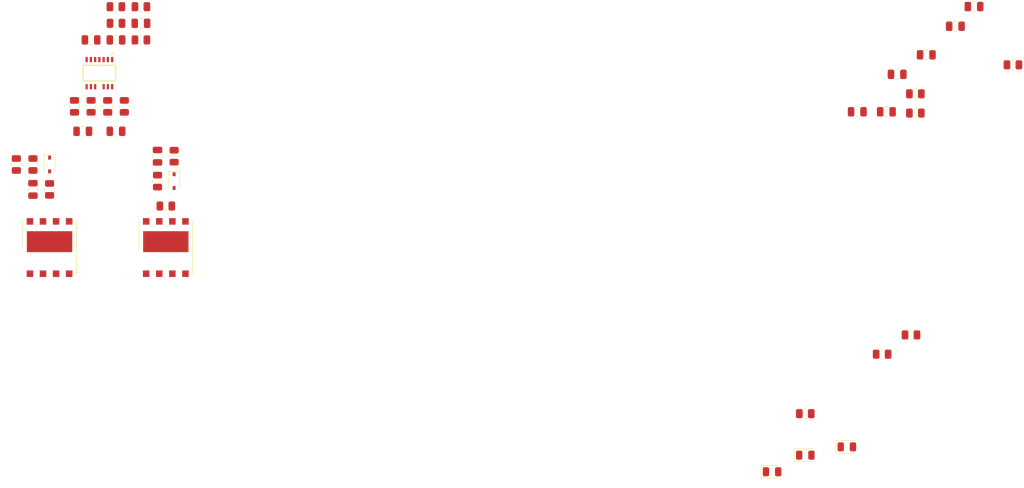
<source format=kicad_pcb>
(kicad_pcb (version 20211014) (generator pcbnew)
  (layers (0 "F.Cu" signal) (31 "B.Cu" signal) (34 "B.Paste" user) (35 "F.Paste" user) (36 "B.SilkS" user "B.Silkscreen") (37 "F.SilkS" user "F.Silkscreen") (38 "B.Mask" user) (39 "F.Mask" user) (44 "Edge.Cuts" user))
  (net 0 "")
  (net 1 "GND")
  (net 2 "+3.3V")
  (net 3 "GNDA")
  (net 4 "VCCA")
  (net 5 "GNDB")
  (net 6 "VCCB")
  (net 7 "Net-(C4-Pad1)")
  (net 8 "Net-(C4-Pad2)")
  (net 9 "Net-(C5-Pad1)")
  (net 10 "Net-(C5-Pad2)")
  (net 11 "Net-(C10-Pad1)")
  (net 12 "Net-(C6-Pad2)")
  (net 13 "Net-(C7-Pad2)")
  (net 14 "Net-(C8-Pad2)")
  (net 15 "Net-(C10-Pad2)")
  (net 16 "/pwm1")
  (net 17 "/pwm2")
  (net 18 "Net-(D1-Pad1)")
  (net 19 "Net-(D1-Pad2)")
  (net 20 "Net-(D2-Pad2)")
  (net 21 "Net-(D5-Pad2)")
  (net 22 "Net-(D6-Pad2)")
  (net 23 "Net-(D7-Pad2)")
  (net 24 "Net-(FB1-Pad1)")
  (net 25 "Net-(FB2-Pad1)")
  (net 26 "Net-(FB3-Pad1)")
  (net 27 "Net-(D3-Pad2)")
  (net 28 "Net-(Q1-Pad8)")
  (net 29 "Net-(J2-Pad1)")
  (net 30 "Net-(J2-Pad3)")
  (net 32 "Net-(U1-Pad10)")
  (footprint "Diode_SMD:D_SOD-323" (layer "F.Cu") (at 95.25 44.45 -90)
    (fp_text reference "D2" hide)
    (fp_text value "BAT165")
    (fp_line (start -1.5 0.85) (end 1.05 0.85) (layer "F.SilkS") (width 0.12))
    (fp_line (start -1.5 -0.85) (end -1.5 0.85) (layer "F.SilkS") (width 0.12))
    (fp_line (start -1.5 -0.85) (end 1.05 -0.85) (layer "F.SilkS") (width 0.12))
    (pad "1" smd rect (at -1.05 0 270) (size 0.6 0.45) (layers "F.Cu" "F.Paste" "F.Mask") (net 8 "Net-(C4-Pad2)"))
    (pad "2" smd rect (at 1.05 0 270) (size 0.6 0.45) (layers "F.Cu" "F.Paste" "F.Mask") (net 20 "Net-(D2-Pad2)"))
  )
  (footprint "Resistor_SMD:R_0805_2012Metric" (layer "F.Cu") (at 82.55 33.02 -90)
    (fp_text reference "FB4" hide)
    (fp_text value "fb")
    (fp_line (start -0.227064 0.735) (end 0.227064 0.735) (layer "F.SilkS") (width 0.12))
    (fp_line (start -0.227064 -0.735) (end 0.227064 -0.735) (layer "F.SilkS") (width 0.12))
    (pad "1" smd roundrect (at -0.9125 0 270) (size 1.025 1.4) (layers "F.Cu" "F.Paste" "F.Mask") (roundrect_rratio 0.243902) (net 32 "Net-(U1-Pad10)"))
    (pad "2" smd roundrect (at 0.9125 0 270) (size 1.025 1.4) (layers "F.Cu" "F.Paste" "F.Mask") (roundrect_rratio 0.243902) (net 6 "VCCB"))
  )
  (footprint "footprint:TFLGA65P500X500X106-14_13N-V" (layer "F.Cu") (at 83.82 27.94 -90)
    (fp_text reference "U1" hide)
    (fp_text value "2EDF7275K")
    (fp_line (start -1.2 2.5) (end 1.2 2.5) (layer "F.SilkS") (width 0.2))
    (fp_line (start -1.2 -2.5) (end 1.2 -2.5) (layer "F.SilkS") (width 0.2))
    (fp_line (start -1.2 2.5) (end -1.2 -2.5) (layer "F.SilkS") (width 0.2))
    (fp_line (start 1.2 2.5) (end 1.2 -2.5) (layer "F.SilkS") (width 0.2))
    (fp_circle (center -3 -1.95) (end -2.875 -1.95) (layer "F.SilkS") (width 0.25) (fill none))
    (pad "1" smd rect locked (at -2.075 -1.95 270) (size 0.8 0.35) (layers "F.Cu" "F.Mask") (net 1 "GND"))
    (pad "2" smd rect locked (at -2.075 -1.3 270) (size 0.8 0.35) (layers "F.Cu" "F.Mask") (net 16 "/pwm1"))
    (pad "3" smd rect locked (at -2.075 -0.65 270) (size 0.8 0.35) (layers "F.Cu" "F.Mask") (net 17 "/pwm2"))
    (pad "4" smd rect locked (at -2.075 0 270) (size 0.8 0.35) (layers "F.Cu" "F.Mask") (net 1 "GND"))
    (pad "5" smd rect locked (at -2.075 0.65 270) (size 0.8 0.35) (layers "F.Cu" "F.Mask") (net 1 "GND"))
    (pad "6" smd rect locked (at -2.075 1.3 270) (size 0.8 0.35) (layers "F.Cu" "F.Mask"))
    (pad "7" smd rect locked (at -2.075 1.95 270) (size 0.8 0.35) (layers "F.Cu" "F.Mask") (net 2 "+3.3V"))
    (pad "8" smd rect locked (at 2.075 1.95 270) (size 0.8 0.35) (layers "F.Cu" "F.Mask") (net 24 "Net-(FB1-Pad1)"))
    (pad "9" smd rect locked (at 2.075 1.3 270) (size 0.8 0.35) (layers "F.Cu" "F.Mask") (net 18 "Net-(D1-Pad1)"))
    (pad "10" smd rect locked (at 2.075 0.65 270) (size 0.8 0.35) (layers "F.Cu" "F.Mask") (net 32 "Net-(U1-Pad10)"))
    (pad "11" smd rect locked (at 2.075 -0.65 270) (size 0.8 0.35) (layers "F.Cu" "F.Mask") (net 25 "Net-(FB2-Pad1)"))
    (pad "12" smd rect locked (at 2.075 -1.3 270) (size 0.8 0.35) (layers "F.Cu" "F.Mask") (net 7 "Net-(C4-Pad1)"))
    (pad "13" smd rect locked (at 2.075 -1.95 270) (size 0.8 0.35) (layers "F.Cu" "F.Mask") (net 26 "Net-(FB3-Pad1)"))
  )
  (footprint "Resistor_SMD:R_0805_2012Metric" (layer "F.Cu") (at 92.71 44.45 -90)
    (fp_text reference "R4" hide)
    (fp_text value "10")
    (fp_line (start -0.227064 0.735) (end 0.227064 0.735) (layer "F.SilkS") (width 0.12))
    (fp_line (start -0.227064 -0.735) (end 0.227064 -0.735) (layer "F.SilkS") (width 0.12))
    (pad "1" smd roundrect (at -0.9125 0 270) (size 1.025 1.4) (layers "F.Cu" "F.Paste" "F.Mask") (roundrect_rratio 0.243902) (net 8 "Net-(C4-Pad2)"))
    (pad "2" smd roundrect (at 0.9125 0 270) (size 1.025 1.4) (layers "F.Cu" "F.Paste" "F.Mask") (roundrect_rratio 0.243902) (net 28 "Net-(Q1-Pad8)"))
  )
  (footprint "Capacitor_SMD:C_0805_2012Metric" (layer "F.Cu") (at 82.55 22.86 180)
    (fp_text reference "C1" hide)
    (fp_text value "100nF")
    (fp_line (start -0.261252 -0.735) (end 0.261252 -0.735) (layer "F.SilkS") (width 0.12))
    (fp_line (start -0.261252 0.735) (end 0.261252 0.735) (layer "F.SilkS") (width 0.12))
    (pad "1" smd roundrect (at -0.95 0 180) (size 1 1.45) (layers "F.Cu" "F.Paste" "F.Mask") (net 1 "GND"))
    (pad "2" smd roundrect (at 0.95 0 180) (size 1 1.45) (layers "F.Cu" "F.Paste" "F.Mask") (net 2 "+3.3V"))
  )
  (footprint "Capacitor_SMD:C_0805_2012Metric" (layer "F.Cu") (at 210.27 25.14)
    (fp_text reference "C6" hide)
    (fp_text value "10nF")
    (fp_line (start -0.261252 0.735) (end 0.261252 0.735) (layer "F.SilkS") (width 0.12))
    (fp_line (start -0.261252 -0.735) (end 0.261252 -0.735) (layer "F.SilkS") (width 0.12))
    (pad "1" smd roundrect (at -0.95 0) (size 1 1.45) (layers "F.Cu" "F.Paste" "F.Mask") (net 11 "Net-(C10-Pad1)"))
    (pad "2" smd roundrect (at 0.95 0) (size 1 1.45) (layers "F.Cu" "F.Paste" "F.Mask") (net 12 "Net-(C6-Pad2)"))
  )
  (footprint "Capacitor_SMD:C_0805_2012Metric" (layer "F.Cu") (at 86.36 36.83)
    (fp_text reference "C2" hide)
    (fp_text value "1uF")
    (fp_line (start -0.261252 0.735) (end 0.261252 0.735) (layer "F.SilkS") (width 0.12))
    (fp_line (start -0.261252 -0.735) (end 0.261252 -0.735) (layer "F.SilkS") (width 0.12))
    (pad "1" smd roundrect (at -0.95 0) (size 1 1.45) (layers "F.Cu" "F.Paste" "F.Mask") (net 3 "GNDA"))
    (pad "2" smd roundrect (at 0.95 0) (size 1 1.45) (layers "F.Cu" "F.Paste" "F.Mask") (net 4 "VCCA"))
  )
  (footprint "Capacitor_SMD:C_0805_2012Metric" (layer "F.Cu") (at 205.82 28.12)
    (fp_text reference "C7" hide)
    (fp_text value "10nF")
    (fp_line (start -0.261252 -0.735) (end 0.261252 -0.735) (layer "F.SilkS") (width 0.12))
    (fp_line (start -0.261252 0.735) (end 0.261252 0.735) (layer "F.SilkS") (width 0.12))
    (pad "1" smd roundrect (at -0.95 0) (size 1 1.45) (layers "F.Cu" "F.Paste" "F.Mask") (net 11 "Net-(C10-Pad1)"))
    (pad "2" smd roundrect (at 0.95 0) (size 1 1.45) (layers "F.Cu" "F.Paste" "F.Mask") (net 13 "Net-(C7-Pad2)"))
  )
  (footprint "Resistor_SMD:R_0805_2012Metric" (layer "F.Cu") (at 80.01 33.02 -90)
    (fp_text reference "FB1" hide)
    (fp_text value "fb")
    (fp_line (start -0.227064 -0.735) (end 0.227064 -0.735) (layer "F.SilkS") (width 0.12))
    (fp_line (start -0.227064 0.735) (end 0.227064 0.735) (layer "F.SilkS") (width 0.12))
    (pad "1" smd roundrect (at -0.9125 0 270) (size 1.025 1.4) (layers "F.Cu" "F.Paste" "F.Mask") (roundrect_rratio 0.243902) (net 24 "Net-(FB1-Pad1)"))
    (pad "2" smd roundrect (at 0.9125 0 270) (size 1.025 1.4) (layers "F.Cu" "F.Paste" "F.Mask") (roundrect_rratio 0.243902) (net 5 "GNDB"))
  )
  (footprint "Resistor_SMD:R_0805_2012Metric" (layer "F.Cu") (at 191.77 80.01)
    (fp_text reference "R10" hide)
    (fp_text value "4.7k")
    (fp_line (start -0.227064 -0.735) (end 0.227064 -0.735) (layer "F.SilkS") (width 0.12))
    (fp_line (start -0.227064 0.735) (end 0.227064 0.735) (layer "F.SilkS") (width 0.12))
    (pad "1" smd roundrect (at -0.9125 0) (size 1.025 1.4) (layers "F.Cu" "F.Paste" "F.Mask") (roundrect_rratio 0.243902) (net 21 "Net-(D5-Pad2)"))
    (pad "2" smd roundrect (at 0.9125 0) (size 1.025 1.4) (layers "F.Cu" "F.Paste" "F.Mask") (roundrect_rratio 0.243902) (net 2 "+3.3V"))
  )
  (footprint "LED_SMD:LED_0805_2012Metric" (layer "F.Cu") (at 191.77 86.36)
    (fp_text reference "D6" hide)
    (fp_text value "LED")
    (fp_line (start -1.685 -0.96) (end -1.685 0.96) (layer "F.SilkS") (width 0.12))
    (fp_line (start 1 -0.96) (end -1.685 -0.96) (layer "F.SilkS") (width 0.12))
    (fp_line (start -1.685 0.96) (end 1 0.96) (layer "F.SilkS") (width 0.12))
    (pad "1" smd roundrect (at -0.9375 0) (size 0.975 1.4) (layers "F.Cu" "F.Paste" "F.Mask") (net 5 "GNDB"))
    (pad "2" smd roundrect (at 0.9375 0) (size 0.975 1.4) (layers "F.Cu" "F.Paste" "F.Mask") (net 22 "Net-(D6-Pad2)"))
  )
  (footprint "Resistor_SMD:R_0805_2012Metric" (layer "F.Cu") (at 208.6 34.05)
    (fp_text reference "R7" hide)
    (fp_text value "10")
    (fp_line (start -0.227064 -0.735) (end 0.227064 -0.735) (layer "F.SilkS") (width 0.12))
    (fp_line (start -0.227064 0.735) (end 0.227064 0.735) (layer "F.SilkS") (width 0.12))
    (pad "1" smd roundrect (at -0.9125 0) (size 1.025 1.4) (layers "F.Cu" "F.Paste" "F.Mask") (roundrect_rratio 0.243902) (net 12 "Net-(C6-Pad2)"))
    (pad "2" smd roundrect (at 0.9125 0) (size 1.025 1.4) (layers "F.Cu" "F.Paste" "F.Mask") (roundrect_rratio 0.243902) (net 15 "Net-(C10-Pad2)"))
  )
  (footprint "Capacitor_SMD:C_0805_2012Metric" (layer "F.Cu") (at 214.72 20.77)
    (fp_text reference "C10" hide)
    (fp_text value "1uF/400-450V")
    (fp_line (start -0.261252 0.735) (end 0.261252 0.735) (layer "F.SilkS") (width 0.12))
    (fp_line (start -0.261252 -0.735) (end 0.261252 -0.735) (layer "F.SilkS") (width 0.12))
    (pad "1" smd roundrect (at -0.95 0) (size 1 1.45) (layers "F.Cu" "F.Paste" "F.Mask") (net 11 "Net-(C10-Pad1)"))
    (pad "2" smd roundrect (at 0.95 0) (size 1 1.45) (layers "F.Cu" "F.Paste" "F.Mask") (net 15 "Net-(C10-Pad2)"))
  )
  (footprint "Package_SON:Infineon_PG-LSON-8-1" (layer "F.Cu") (at 93.98 54.61 90)
    (fp_text reference "Q1" hide)
    (fp_text value "IGLD60R190D1")
    (fp_line (start -4.11 4.11) (end 4.11 4.11) (layer "F.SilkS") (width 0.12))
    (fp_line (start 0 -4.11) (end 4.1 -4.11) (layer "F.SilkS") (width 0.12))
    (pad "1" smd rect (at -4 -3 90) (size 1 1) (layers "F.Cu" "F.Paste" "F.Mask") (net 15 "Net-(C10-Pad2)"))
    (pad "2" smd rect (at -4 -1 90) (size 1 1) (layers "F.Cu" "F.Paste" "F.Mask") (net 15 "Net-(C10-Pad2)"))
    (pad "3" smd rect (at -4 1 90) (size 1 1) (layers "F.Cu" "F.Paste" "F.Mask") (net 15 "Net-(C10-Pad2)"))
    (pad "4" smd rect (at -4 3 90) (size 1 1) (layers "F.Cu" "F.Paste" "F.Mask") (net 15 "Net-(C10-Pad2)"))
    (pad "5" smd rect (at 4 3 90) (size 1 1) (layers "F.Cu" "F.Paste" "F.Mask") (net 27 "Net-(D3-Pad2)"))
    (pad "6" smd rect (at 4 1 90) (size 1 1) (layers "F.Cu" "F.Paste" "F.Mask") (net 27 "Net-(D3-Pad2)"))
    (pad "7" smd rect (at 4 -1 90) (size 1 1) (layers "F.Cu" "F.Paste" "F.Mask") (net 3 "GNDA"))
    (pad "8" smd rect (at 4 -3 90) (size 1 1) (layers "F.Cu" "F.Paste" "F.Mask") (net 28 "Net-(Q1-Pad8)"))
    (pad "9" smd rect (at 0.9 0 90) (size 3.2 6.94) (layers "F.Cu" "F.Mask") (net 27 "Net-(D3-Pad2)"))
  )
  (footprint "Capacitor_SMD:C_0805_2012Metric" (layer "F.Cu") (at 90.17 20.32 180)
    (fp_text reference "C13" hide)
    (fp_text value "100nF")
    (fp_line (start -0.261252 0.735) (end 0.261252 0.735) (layer "F.SilkS") (width 0.12))
    (fp_line (start -0.261252 -0.735) (end 0.261252 -0.735) (layer "F.SilkS") (width 0.12))
    (pad "1" smd roundrect (at -0.95 0 180) (size 1 1.45) (layers "F.Cu" "F.Paste" "F.Mask") (net 1 "GND"))
    (pad "2" smd roundrect (at 0.95 0 180) (size 1 1.45) (layers "F.Cu" "F.Paste" "F.Mask") (net 16 "/pwm1"))
  )
  (footprint "Resistor_SMD:R_0805_2012Metric" (layer "F.Cu") (at 208.6 31.1)
    (fp_text reference "R8" hide)
    (fp_text value "10")
    (fp_line (start -0.227064 0.735) (end 0.227064 0.735) (layer "F.SilkS") (width 0.12))
    (fp_line (start -0.227064 -0.735) (end 0.227064 -0.735) (layer "F.SilkS") (width 0.12))
    (pad "1" smd roundrect (at -0.9125 0) (size 1.025 1.4) (layers "F.Cu" "F.Paste" "F.Mask") (roundrect_rratio 0.243902) (net 13 "Net-(C7-Pad2)"))
    (pad "2" smd roundrect (at 0.9125 0) (size 1.025 1.4) (layers "F.Cu" "F.Paste" "F.Mask") (roundrect_rratio 0.243902) (net 15 "Net-(C10-Pad2)"))
  )
  (footprint "Resistor_SMD:R_0805_2012Metric" (layer "F.Cu") (at 223.52 26.67)
    (fp_text reference "R9" hide)
    (fp_text value "10")
    (fp_line (start -0.227064 0.735) (end 0.227064 0.735) (layer "F.SilkS") (width 0.12))
    (fp_line (start -0.227064 -0.735) (end 0.227064 -0.735) (layer "F.SilkS") (width 0.12))
    (pad "1" smd roundrect (at -0.9125 0) (size 1.025 1.4) (layers "F.Cu" "F.Paste" "F.Mask") (roundrect_rratio 0.243902) (net 14 "Net-(C8-Pad2)"))
    (pad "2" smd roundrect (at 0.9125 0) (size 1.025 1.4) (layers "F.Cu" "F.Paste" "F.Mask") (roundrect_rratio 0.243902) (net 15 "Net-(C10-Pad2)"))
  )
  (footprint "Resistor_SMD:R_0805_2012Metric" (layer "F.Cu") (at 86.34 17.78)
    (fp_text reference "R14" hide)
    (fp_text value "100")
    (fp_line (start -0.227064 0.735) (end 0.227064 0.735) (layer "F.SilkS") (width 0.12))
    (fp_line (start -0.227064 -0.735) (end 0.227064 -0.735) (layer "F.SilkS") (width 0.12))
    (pad "1" smd roundrect (at -0.9125 0) (size 1.025 1.4) (layers "F.Cu" "F.Paste" "F.Mask") (roundrect_rratio 0.243902) (net 30 "Net-(J2-Pad3)"))
    (pad "2" smd roundrect (at 0.9125 0) (size 1.025 1.4) (layers "F.Cu" "F.Paste" "F.Mask") (roundrect_rratio 0.243902) (net 17 "/pwm2"))
  )
  (footprint "Capacitor_SMD:C_0805_2012Metric" (layer "F.Cu") (at 217.57 17.76)
    (fp_text reference "C11" hide)
    (fp_text value "1uF/400-450V")
    (fp_line (start -0.261252 -0.735) (end 0.261252 -0.735) (layer "F.SilkS") (width 0.12))
    (fp_line (start -0.261252 0.735) (end 0.261252 0.735) (layer "F.SilkS") (width 0.12))
    (pad "1" smd roundrect (at -0.95 0) (size 1 1.45) (layers "F.Cu" "F.Paste" "F.Mask") (net 11 "Net-(C10-Pad1)"))
    (pad "2" smd roundrect (at 0.95 0) (size 1 1.45) (layers "F.Cu" "F.Paste" "F.Mask") (net 15 "Net-(C10-Pad2)"))
  )
  (footprint "Capacitor_SMD:C_0805_2012Metric" (layer "F.Cu") (at 199.72 33.85)
    (fp_text reference "C9" hide)
    (fp_text value "1uF/400-450V")
    (fp_line (start -0.261252 0.735) (end 0.261252 0.735) (layer "F.SilkS") (width 0.12))
    (fp_line (start -0.261252 -0.735) (end 0.261252 -0.735) (layer "F.SilkS") (width 0.12))
    (pad "1" smd roundrect (at -0.95 0) (size 1 1.45) (layers "F.Cu" "F.Paste" "F.Mask") (net 11 "Net-(C10-Pad1)"))
    (pad "2" smd roundrect (at 0.95 0) (size 1 1.45) (layers "F.Cu" "F.Paste" "F.Mask") (net 15 "Net-(C10-Pad2)"))
  )
  (footprint "Resistor_SMD:R_0805_2012Metric" (layer "F.Cu") (at 93.98 48.26 180)
    (fp_text reference "R6" hide)
    (fp_text value "5.1")
    (fp_line (start -0.227064 -0.735) (end 0.227064 -0.735) (layer "F.SilkS") (width 0.12))
    (fp_line (start -0.227064 0.735) (end 0.227064 0.735) (layer "F.SilkS") (width 0.12))
    (pad "1" smd roundrect (at -0.9125 0 180) (size 1.025 1.4) (layers "F.Cu" "F.Paste" "F.Mask") (roundrect_rratio 0.243902) (net 20 "Net-(D2-Pad2)"))
    (pad "2" smd roundrect (at 0.9125 0 180) (size 1.025 1.4) (layers "F.Cu" "F.Paste" "F.Mask") (roundrect_rratio 0.243902) (net 28 "Net-(Q1-Pad8)"))
  )
  (footprint "Resistor_SMD:R_0805_2012Metric" (layer "F.Cu") (at 95.25 40.64 -90)
    (fp_text reference "R1" hide)
    (fp_text value "470")
    (fp_line (start -0.227064 0.735) (end 0.227064 0.735) (layer "F.SilkS") (width 0.12))
    (fp_line (start -0.227064 -0.735) (end 0.227064 -0.735) (layer "F.SilkS") (width 0.12))
    (pad "1" smd roundrect (at -0.9125 0 270) (size 1.025 1.4) (layers "F.Cu" "F.Paste" "F.Mask") (roundrect_rratio 0.243902) (net 7 "Net-(C4-Pad1)"))
    (pad "2" smd roundrect (at 0.9125 0 270) (size 1.025 1.4) (layers "F.Cu" "F.Paste" "F.Mask") (roundrect_rratio 0.243902) (net 28 "Net-(Q1-Pad8)"))
  )
  (footprint "Capacitor_SMD:C_0805_2012Metric" (layer "F.Cu") (at 92.71 40.64 -90)
    (fp_text reference "C4" hide)
    (fp_text value "2.2nF")
    (fp_line (start -0.261252 0.735) (end 0.261252 0.735) (layer "F.SilkS") (width 0.12))
    (fp_line (start -0.261252 -0.735) (end 0.261252 -0.735) (layer "F.SilkS") (width 0.12))
    (pad "1" smd roundrect (at -0.95 0 270) (size 1 1.45) (layers "F.Cu" "F.Paste" "F.Mask") (net 7 "Net-(C4-Pad1)"))
    (pad "2" smd roundrect (at 0.95 0 270) (size 1 1.45) (layers "F.Cu" "F.Paste" "F.Mask") (net 8 "Net-(C4-Pad2)"))
  )
  (footprint "LED_SMD:LED_0805_2012Metric" (layer "F.Cu") (at 198.12 85.09)
    (fp_text reference "D5" hide)
    (fp_text value "LED")
    (fp_line (start -1.685 -0.96) (end -1.685 0.96) (layer "F.SilkS") (width 0.12))
    (fp_line (start 1 -0.96) (end -1.685 -0.96) (layer "F.SilkS") (width 0.12))
    (fp_line (start -1.685 0.96) (end 1 0.96) (layer "F.SilkS") (width 0.12))
    (pad "1" smd roundrect (at -0.9375 0) (size 0.975 1.4) (layers "F.Cu" "F.Paste" "F.Mask") (net 1 "GND"))
    (pad "2" smd roundrect (at 0.9375 0) (size 0.975 1.4) (layers "F.Cu" "F.Paste" "F.Mask") (net 21 "Net-(D5-Pad2)"))
  )
  (footprint "Resistor_SMD:R_0805_2012Metric" (layer "F.Cu") (at 71.12 41.91 -90)
    (fp_text reference "R3" hide)
    (fp_text value "470")
    (fp_line (start -0.227064 -0.735) (end 0.227064 -0.735) (layer "F.SilkS") (width 0.12))
    (fp_line (start -0.227064 0.735) (end 0.227064 0.735) (layer "F.SilkS") (width 0.12))
    (pad "1" smd roundrect (at -0.9125 0 270) (size 1.025 1.4) (layers "F.Cu" "F.Paste" "F.Mask") (roundrect_rratio 0.243902) (net 18 "Net-(D1-Pad1)"))
    (pad "2" smd roundrect (at 0.9125 0 270) (size 1.025 1.4) (layers "F.Cu" "F.Paste" "F.Mask") (roundrect_rratio 0.243902) (net 10 "Net-(C5-Pad2)"))
  )
  (footprint "Resistor_SMD:R_0805_2012Metric" (layer "F.Cu") (at 85.09 33.02 -90)
    (fp_text reference "FB2" hide)
    (fp_text value "fb")
    (fp_line (start -0.227064 -0.735) (end 0.227064 -0.735) (layer "F.SilkS") (width 0.12))
    (fp_line (start -0.227064 0.735) (end 0.227064 0.735) (layer "F.SilkS") (width 0.12))
    (pad "1" smd roundrect (at -0.9125 0 270) (size 1.025 1.4) (layers "F.Cu" "F.Paste" "F.Mask") (roundrect_rratio 0.243902) (net 25 "Net-(FB2-Pad1)"))
    (pad "2" smd roundrect (at 0.9125 0 270) (size 1.025 1.4) (layers "F.Cu" "F.Paste" "F.Mask") (roundrect_rratio 0.243902) (net 3 "GNDA"))
  )
  (footprint "Capacitor_SMD:C_0805_2012Metric" (layer "F.Cu") (at 81.28 36.83)
    (fp_text reference "C3" hide)
    (fp_text value "1uF")
    (fp_line (start -0.261252 0.735) (end 0.261252 0.735) (layer "F.SilkS") (width 0.12))
    (fp_line (start -0.261252 -0.735) (end 0.261252 -0.735) (layer "F.SilkS") (width 0.12))
    (pad "1" smd roundrect (at -0.95 0) (size 1 1.45) (layers "F.Cu" "F.Paste" "F.Mask") (net 5 "GNDB"))
    (pad "2" smd roundrect (at 0.95 0) (size 1 1.45) (layers "F.Cu" "F.Paste" "F.Mask") (net 6 "VCCB"))
  )
  (footprint "Capacitor_SMD:C_0805_2012Metric" (layer "F.Cu") (at 204.17 33.85)
    (fp_text reference "C8" hide)
    (fp_text value "10nF")
    (fp_line (start -0.261252 -0.735) (end 0.261252 -0.735) (layer "F.SilkS") (width 0.12))
    (fp_line (start -0.261252 0.735) (end 0.261252 0.735) (layer "F.SilkS") (width 0.12))
    (pad "1" smd roundrect (at -0.95 0) (size 1 1.45) (layers "F.Cu" "F.Paste" "F.Mask") (net 11 "Net-(C10-Pad1)"))
    (pad "2" smd roundrect (at 0.95 0) (size 1 1.45) (layers "F.Cu" "F.Paste" "F.Mask") (net 14 "Net-(C8-Pad2)"))
  )
  (footprint "Resistor_SMD:R_0805_2012Metric" (layer "F.Cu") (at 203.52 70.92)
    (fp_text reference "R12" hide)
    (fp_text value "4.7k")
    (fp_line (start -0.227064 0.735) (end 0.227064 0.735) (layer "F.SilkS") (width 0.12))
    (fp_line (start -0.227064 -0.735) (end 0.227064 -0.735) (layer "F.SilkS") (width 0.12))
    (pad "1" smd roundrect (at -0.9125 0) (size 1.025 1.4) (layers "F.Cu" "F.Paste" "F.Mask") (roundrect_rratio 0.243902) (net 23 "Net-(D7-Pad2)"))
    (pad "2" smd roundrect (at 0.9125 0) (size 1.025 1.4) (layers "F.Cu" "F.Paste" "F.Mask") (roundrect_rratio 0.243902) (net 4 "VCCA"))
  )
  (footprint "Resistor_SMD:R_0805_2012Metric" (layer "F.Cu") (at 86.36 20.32)
    (fp_text reference "R16" hide)
    (fp_text value "10k")
    (fp_line (start -0.227064 -0.735) (end 0.227064 -0.735) (layer "F.SilkS") (width 0.12))
    (fp_line (start -0.227064 0.735) (end 0.227064 0.735) (layer "F.SilkS") (width 0.12))
    (pad "1" smd roundrect (at -0.9125 0) (size 1.025 1.4) (layers "F.Cu" "F.Paste" "F.Mask") (roundrect_rratio 0.243902) (net 17 "/pwm2"))
    (pad "2" smd roundrect (at 0.9125 0) (size 1.025 1.4) (layers "F.Cu" "F.Paste" "F.Mask") (roundrect_rratio 0.243902) (net 1 "GND"))
  )
  (footprint "Package_SON:Infineon_PG-LSON-8-1" (layer "F.Cu") (at 76.2 54.61 90)
    (fp_text reference "Q2" hide)
    (fp_text value "IGLD60R190D1")
    (fp_line (start 0 -4.11) (end 4.1 -4.11) (layer "F.SilkS") (width 0.12))
    (fp_line (start -4.11 4.11) (end 4.11 4.11) (layer "F.SilkS") (width 0.12))
    (pad "1" smd rect (at -4 -3 90) (size 1 1) (layers "F.Cu" "F.Paste" "F.Mask") (net 27 "Net-(D3-Pad2)"))
    (pad "2" smd rect (at -4 -1 90) (size 1 1) (layers "F.Cu" "F.Paste" "F.Mask") (net 27 "Net-(D3-Pad2)"))
    (pad "3" smd rect (at -4 1 90) (size 1 1) (layers "F.Cu" "F.Paste" "F.Mask") (net 27 "Net-(D3-Pad2)"))
    (pad "4" smd rect (at -4 3 90) (size 1 1) (layers "F.Cu" "F.Paste" "F.Mask") (net 27 "Net-(D3-Pad2)"))
    (pad "5" smd rect (at 4 3 90) (size 1 1) (layers "F.Cu" "F.Paste" "F.Mask") (net 11 "Net-(C10-Pad1)"))
    (pad "6" smd rect (at 4 1 90) (size 1 1) (layers "F.Cu" "F.Paste" "F.Mask") (net 11 "Net-(C10-Pad1)"))
    (pad "7" smd rect (at 4 -1 90) (size 1 1) (layers "F.Cu" "F.Paste" "F.Mask") (net 5 "GNDB"))
    (pad "8" smd rect (at 4 -3 90) (size 1 1) (layers "F.Cu" "F.Paste" "F.Mask") (net 10 "Net-(C5-Pad2)"))
    (pad "9" smd rect (at 0.9 0 90) (size 3.2 6.94) (layers "F.Cu" "F.Mask") (net 11 "Net-(C10-Pad1)"))
  )
  (footprint "Resistor_SMD:R_0805_2012Metric" (layer "F.Cu") (at 90.17 22.86)
    (fp_text reference "R13" hide)
    (fp_text value "100")
    (fp_line (start -0.227064 0.735) (end 0.227064 0.735) (layer "F.SilkS") (width 0.12))
    (fp_line (start -0.227064 -0.735) (end 0.227064 -0.735) (layer "F.SilkS") (width 0.12))
    (pad "1" smd roundrect (at -0.9125 0) (size 1.025 1.4) (layers "F.Cu" "F.Paste" "F.Mask") (roundrect_rratio 0.243902) (net 29 "Net-(J2-Pad1)"))
    (pad "2" smd roundrect (at 0.9125 0) (size 1.025 1.4) (layers "F.Cu" "F.Paste" "F.Mask") (roundrect_rratio 0.243902) (net 16 "/pwm1"))
  )
  (footprint "Resistor_SMD:R_0805_2012Metric" (layer "F.Cu") (at 207.93 67.97)
    (fp_text reference "R11" hide)
    (fp_text value "4.7k")
    (fp_line (start -0.227064 -0.735) (end 0.227064 -0.735) (layer "F.SilkS") (width 0.12))
    (fp_line (start -0.227064 0.735) (end 0.227064 0.735) (layer "F.SilkS") (width 0.12))
    (pad "1" smd roundrect (at -0.9125 0) (size 1.025 1.4) (layers "F.Cu" "F.Paste" "F.Mask") (roundrect_rratio 0.243902) (net 22 "Net-(D6-Pad2)"))
    (pad "2" smd roundrect (at 0.9125 0) (size 1.025 1.4) (layers "F.Cu" "F.Paste" "F.Mask") (roundrect_rratio 0.243902) (net 6 "VCCB"))
  )
  (footprint "Capacitor_SMD:C_0805_2012Metric" (layer "F.Cu") (at 86.36 22.86)
    (fp_text reference "C14" hide)
    (fp_text value "100nF")
    (fp_line (start -0.261252 -0.735) (end 0.261252 -0.735) (layer "F.SilkS") (width 0.12))
    (fp_line (start -0.261252 0.735) (end 0.261252 0.735) (layer "F.SilkS") (width 0.12))
    (pad "1" smd roundrect (at -0.95 0) (size 1 1.45) (layers "F.Cu" "F.Paste" "F.Mask") (net 1 "GND"))
    (pad "2" smd roundrect (at 0.95 0) (size 1 1.45) (layers "F.Cu" "F.Paste" "F.Mask") (net 17 "/pwm2"))
  )
  (footprint "Resistor_SMD:R_0805_2012Metric" (layer "F.Cu") (at 73.66 41.91 -90)
    (fp_text reference "R2" hide)
    (fp_text value "10")
    (fp_line (start -0.227064 -0.735) (end 0.227064 -0.735) (layer "F.SilkS") (width 0.12))
    (fp_line (start -0.227064 0.735) (end 0.227064 0.735) (layer "F.SilkS") (width 0.12))
    (pad "1" smd roundrect (at -0.9125 0 270) (size 1.025 1.4) (layers "F.Cu" "F.Paste" "F.Mask") (roundrect_rratio 0.243902) (net 18 "Net-(D1-Pad1)"))
    (pad "2" smd roundrect (at 0.9125 0 270) (size 1.025 1.4) (layers "F.Cu" "F.Paste" "F.Mask") (roundrect_rratio 0.243902) (net 9 "Net-(C5-Pad1)"))
  )
  (footprint "Resistor_SMD:R_0805_2012Metric" (layer "F.Cu") (at 87.63 33.02 -90)
    (fp_text reference "FB3" hide)
    (fp_text value "fb")
    (fp_line (start -0.227064 -0.735) (end 0.227064 -0.735) (layer "F.SilkS") (width 0.12))
    (fp_line (start -0.227064 0.735) (end 0.227064 0.735) (layer "F.SilkS") (width 0.12))
    (pad "1" smd roundrect (at -0.9125 0 270) (size 1.025 1.4) (layers "F.Cu" "F.Paste" "F.Mask") (roundrect_rratio 0.243902) (net 26 "Net-(FB3-Pad1)"))
    (pad "2" smd roundrect (at 0.9125 0 270) (size 1.025 1.4) (layers "F.Cu" "F.Paste" "F.Mask") (roundrect_rratio 0.243902) (net 4 "VCCA"))
  )
  (footprint "Resistor_SMD:R_0805_2012Metric" (layer "F.Cu") (at 90.17 17.78)
    (fp_text reference "R15" hide)
    (fp_text value "10k")
    (fp_line (start -0.227064 0.735) (end 0.227064 0.735) (layer "F.SilkS") (width 0.12))
    (fp_line (start -0.227064 -0.735) (end 0.227064 -0.735) (layer "F.SilkS") (width 0.12))
    (pad "1" smd roundrect (at -0.9125 0) (size 1.025 1.4) (layers "F.Cu" "F.Paste" "F.Mask") (roundrect_rratio 0.243902) (net 16 "/pwm1"))
    (pad "2" smd roundrect (at 0.9125 0) (size 1.025 1.4) (layers "F.Cu" "F.Paste" "F.Mask") (roundrect_rratio 0.243902) (net 1 "GND"))
  )
  (footprint "LED_SMD:LED_0805_2012Metric" (layer "F.Cu") (at 186.69 88.9)
    (fp_text reference "D7" hide)
    (fp_text value "LED")
    (fp_line (start -1.685 0.96) (end 1 0.96) (layer "F.SilkS") (width 0.12))
    (fp_line (start -1.685 -0.96) (end -1.685 0.96) (layer "F.SilkS") (width 0.12))
    (fp_line (start 1 -0.96) (end -1.685 -0.96) (layer "F.SilkS") (width 0.12))
    (pad "1" smd roundrect (at -0.9375 0) (size 0.975 1.4) (layers "F.Cu" "F.Paste" "F.Mask") (net 3 "GNDA"))
    (pad "2" smd roundrect (at 0.9375 0) (size 0.975 1.4) (layers "F.Cu" "F.Paste" "F.Mask") (net 23 "Net-(D7-Pad2)"))
  )
  (footprint "Diode_SMD:D_SOD-323" (layer "F.Cu") (at 76.2 41.91 -90)
    (fp_text reference "D1" hide)
    (fp_text value "BAT165")
    (fp_line (start -1.5 0.85) (end 1.05 0.85) (layer "F.SilkS") (width 0.12))
    (fp_line (start -1.5 -0.85) (end -1.5 0.85) (layer "F.SilkS") (width 0.12))
    (fp_line (start -1.5 -0.85) (end 1.05 -0.85) (layer "F.SilkS") (width 0.12))
    (pad "1" smd rect (at -1.05 0 270) (size 0.6 0.45) (layers "F.Cu" "F.Paste" "F.Mask") (net 18 "Net-(D1-Pad1)"))
    (pad "2" smd rect (at 1.05 0 270) (size 0.6 0.45) (layers "F.Cu" "F.Paste" "F.Mask") (net 19 "Net-(D1-Pad2)"))
  )
  (footprint "Resistor_SMD:R_0805_2012Metric" (layer "F.Cu") (at 76.2 45.72 -90)
    (fp_text reference "R5" hide)
    (fp_text value "5.1")
    (fp_line (start -0.227064 -0.735) (end 0.227064 -0.735) (layer "F.SilkS") (width 0.12))
    (fp_line (start -0.227064 0.735) (end 0.227064 0.735) (layer "F.SilkS") (width 0.12))
    (pad "1" smd roundrect (at -0.9125 0 270) (size 1.025 1.4) (layers "F.Cu" "F.Paste" "F.Mask") (roundrect_rratio 0.243902) (net 19 "Net-(D1-Pad2)"))
    (pad "2" smd roundrect (at 0.9125 0 270) (size 1.025 1.4) (layers "F.Cu" "F.Paste" "F.Mask") (roundrect_rratio 0.243902) (net 9 "Net-(C5-Pad1)"))
  )
  (footprint "Capacitor_SMD:C_0805_2012Metric" (layer "F.Cu") (at 73.66 45.72 90)
    (fp_text reference "C5" hide)
    (fp_text value "2.2nF")
    (fp_line (start -0.261252 -0.735) (end 0.261252 -0.735) (layer "F.SilkS") (width 0.12))
    (fp_line (start -0.261252 0.735) (end 0.261252 0.735) (layer "F.SilkS") (width 0.12))
    (pad "1" smd roundrect (at -0.95 0 90) (size 1 1.45) (layers "F.Cu" "F.Paste" "F.Mask") (net 9 "Net-(C5-Pad1)"))
    (pad "2" smd roundrect (at 0.95 0 90) (size 1 1.45) (layers "F.Cu" "F.Paste" "F.Mask") (net 10 "Net-(C5-Pad2)"))
  )
)
</source>
